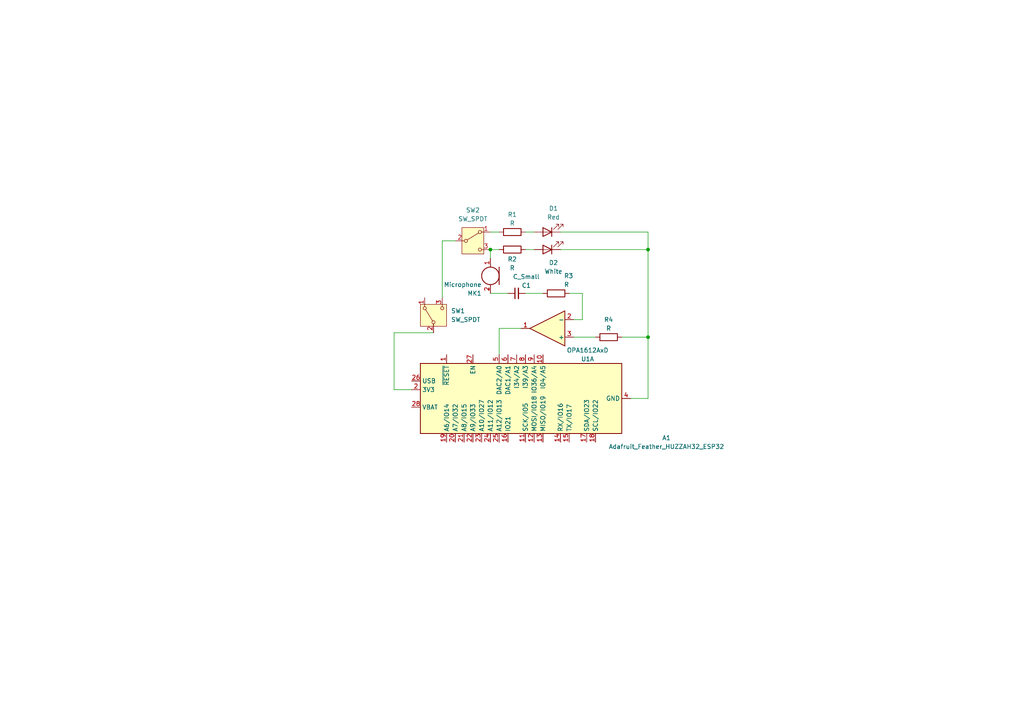
<source format=kicad_sch>
(kicad_sch
	(version 20250114)
	(generator "eeschema")
	(generator_version "9.0")
	(uuid "e9b26e90-94b8-4457-828c-1e8faf20bdd9")
	(paper "A4")
	(lib_symbols
		(symbol "Amplifier_Operational:OPA1612AxD"
			(pin_names
				(offset 0.127)
			)
			(exclude_from_sim no)
			(in_bom yes)
			(on_board yes)
			(property "Reference" "U"
				(at 0 5.08 0)
				(effects
					(font
						(size 1.27 1.27)
					)
					(justify left)
				)
			)
			(property "Value" "OPA1612AxD"
				(at 0 -5.08 0)
				(effects
					(font
						(size 1.27 1.27)
					)
					(justify left)
				)
			)
			(property "Footprint" ""
				(at 0 0 0)
				(effects
					(font
						(size 1.27 1.27)
					)
					(hide yes)
				)
			)
			(property "Datasheet" "http://www.ti.com/lit/ds/symlink/opa1612.pdf"
				(at 0 0 0)
				(effects
					(font
						(size 1.27 1.27)
					)
					(hide yes)
				)
			)
			(property "Description" "Dual SoundPlus High Performance, Bipolar-Input Audio Operational Amplifiers, SOIC-8"
				(at 0 0 0)
				(effects
					(font
						(size 1.27 1.27)
					)
					(hide yes)
				)
			)
			(property "ki_locked" ""
				(at 0 0 0)
				(effects
					(font
						(size 1.27 1.27)
					)
				)
			)
			(property "ki_keywords" "dual opamp"
				(at 0 0 0)
				(effects
					(font
						(size 1.27 1.27)
					)
					(hide yes)
				)
			)
			(property "ki_fp_filters" "SOIC*3.9x4.9mm*P1.27mm* DIP*W7.62mm* TO*99* OnSemi*Micro8* TSSOP*3x3mm*P0.65mm* TSSOP*4.4x3mm*P0.65mm* MSOP*3x3mm*P0.65mm* SSOP*3.9x4.9mm*P0.635mm* LFCSP*2x2mm*P0.5mm* *SIP* SOIC*5.3x6.2mm*P1.27mm*"
				(at 0 0 0)
				(effects
					(font
						(size 1.27 1.27)
					)
					(hide yes)
				)
			)
			(symbol "OPA1612AxD_1_1"
				(polyline
					(pts
						(xy -5.08 5.08) (xy 5.08 0) (xy -5.08 -5.08) (xy -5.08 5.08)
					)
					(stroke
						(width 0.254)
						(type default)
					)
					(fill
						(type background)
					)
				)
				(pin input line
					(at -7.62 2.54 0)
					(length 2.54)
					(name "+"
						(effects
							(font
								(size 1.27 1.27)
							)
						)
					)
					(number "3"
						(effects
							(font
								(size 1.27 1.27)
							)
						)
					)
				)
				(pin input line
					(at -7.62 -2.54 0)
					(length 2.54)
					(name "-"
						(effects
							(font
								(size 1.27 1.27)
							)
						)
					)
					(number "2"
						(effects
							(font
								(size 1.27 1.27)
							)
						)
					)
				)
				(pin output line
					(at 7.62 0 180)
					(length 2.54)
					(name "~"
						(effects
							(font
								(size 1.27 1.27)
							)
						)
					)
					(number "1"
						(effects
							(font
								(size 1.27 1.27)
							)
						)
					)
				)
			)
			(symbol "OPA1612AxD_2_1"
				(polyline
					(pts
						(xy -5.08 5.08) (xy 5.08 0) (xy -5.08 -5.08) (xy -5.08 5.08)
					)
					(stroke
						(width 0.254)
						(type default)
					)
					(fill
						(type background)
					)
				)
				(pin input line
					(at -7.62 2.54 0)
					(length 2.54)
					(name "+"
						(effects
							(font
								(size 1.27 1.27)
							)
						)
					)
					(number "5"
						(effects
							(font
								(size 1.27 1.27)
							)
						)
					)
				)
				(pin input line
					(at -7.62 -2.54 0)
					(length 2.54)
					(name "-"
						(effects
							(font
								(size 1.27 1.27)
							)
						)
					)
					(number "6"
						(effects
							(font
								(size 1.27 1.27)
							)
						)
					)
				)
				(pin output line
					(at 7.62 0 180)
					(length 2.54)
					(name "~"
						(effects
							(font
								(size 1.27 1.27)
							)
						)
					)
					(number "7"
						(effects
							(font
								(size 1.27 1.27)
							)
						)
					)
				)
			)
			(symbol "OPA1612AxD_3_1"
				(pin power_in line
					(at -2.54 7.62 270)
					(length 3.81)
					(name "V+"
						(effects
							(font
								(size 1.27 1.27)
							)
						)
					)
					(number "8"
						(effects
							(font
								(size 1.27 1.27)
							)
						)
					)
				)
				(pin power_in line
					(at -2.54 -7.62 90)
					(length 3.81)
					(name "V-"
						(effects
							(font
								(size 1.27 1.27)
							)
						)
					)
					(number "4"
						(effects
							(font
								(size 1.27 1.27)
							)
						)
					)
				)
			)
			(embedded_fonts no)
		)
		(symbol "Device:C_Small"
			(pin_numbers
				(hide yes)
			)
			(pin_names
				(offset 0.254)
				(hide yes)
			)
			(exclude_from_sim no)
			(in_bom yes)
			(on_board yes)
			(property "Reference" "C"
				(at 0.254 1.778 0)
				(effects
					(font
						(size 1.27 1.27)
					)
					(justify left)
				)
			)
			(property "Value" "C_Small"
				(at 0.254 -2.032 0)
				(effects
					(font
						(size 1.27 1.27)
					)
					(justify left)
				)
			)
			(property "Footprint" ""
				(at 0 0 0)
				(effects
					(font
						(size 1.27 1.27)
					)
					(hide yes)
				)
			)
			(property "Datasheet" "~"
				(at 0 0 0)
				(effects
					(font
						(size 1.27 1.27)
					)
					(hide yes)
				)
			)
			(property "Description" "Unpolarized capacitor, small symbol"
				(at 0 0 0)
				(effects
					(font
						(size 1.27 1.27)
					)
					(hide yes)
				)
			)
			(property "ki_keywords" "capacitor cap"
				(at 0 0 0)
				(effects
					(font
						(size 1.27 1.27)
					)
					(hide yes)
				)
			)
			(property "ki_fp_filters" "C_*"
				(at 0 0 0)
				(effects
					(font
						(size 1.27 1.27)
					)
					(hide yes)
				)
			)
			(symbol "C_Small_0_1"
				(polyline
					(pts
						(xy -1.524 0.508) (xy 1.524 0.508)
					)
					(stroke
						(width 0.3048)
						(type default)
					)
					(fill
						(type none)
					)
				)
				(polyline
					(pts
						(xy -1.524 -0.508) (xy 1.524 -0.508)
					)
					(stroke
						(width 0.3302)
						(type default)
					)
					(fill
						(type none)
					)
				)
			)
			(symbol "C_Small_1_1"
				(pin passive line
					(at 0 2.54 270)
					(length 2.032)
					(name "~"
						(effects
							(font
								(size 1.27 1.27)
							)
						)
					)
					(number "1"
						(effects
							(font
								(size 1.27 1.27)
							)
						)
					)
				)
				(pin passive line
					(at 0 -2.54 90)
					(length 2.032)
					(name "~"
						(effects
							(font
								(size 1.27 1.27)
							)
						)
					)
					(number "2"
						(effects
							(font
								(size 1.27 1.27)
							)
						)
					)
				)
			)
			(embedded_fonts no)
		)
		(symbol "Device:LED"
			(pin_numbers
				(hide yes)
			)
			(pin_names
				(offset 1.016)
				(hide yes)
			)
			(exclude_from_sim no)
			(in_bom yes)
			(on_board yes)
			(property "Reference" "D"
				(at 0 2.54 0)
				(effects
					(font
						(size 1.27 1.27)
					)
				)
			)
			(property "Value" "LED"
				(at 0 -2.54 0)
				(effects
					(font
						(size 1.27 1.27)
					)
				)
			)
			(property "Footprint" ""
				(at 0 0 0)
				(effects
					(font
						(size 1.27 1.27)
					)
					(hide yes)
				)
			)
			(property "Datasheet" "~"
				(at 0 0 0)
				(effects
					(font
						(size 1.27 1.27)
					)
					(hide yes)
				)
			)
			(property "Description" "Light emitting diode"
				(at 0 0 0)
				(effects
					(font
						(size 1.27 1.27)
					)
					(hide yes)
				)
			)
			(property "Sim.Pins" "1=K 2=A"
				(at 0 0 0)
				(effects
					(font
						(size 1.27 1.27)
					)
					(hide yes)
				)
			)
			(property "ki_keywords" "LED diode"
				(at 0 0 0)
				(effects
					(font
						(size 1.27 1.27)
					)
					(hide yes)
				)
			)
			(property "ki_fp_filters" "LED* LED_SMD:* LED_THT:*"
				(at 0 0 0)
				(effects
					(font
						(size 1.27 1.27)
					)
					(hide yes)
				)
			)
			(symbol "LED_0_1"
				(polyline
					(pts
						(xy -3.048 -0.762) (xy -4.572 -2.286) (xy -3.81 -2.286) (xy -4.572 -2.286) (xy -4.572 -1.524)
					)
					(stroke
						(width 0)
						(type default)
					)
					(fill
						(type none)
					)
				)
				(polyline
					(pts
						(xy -1.778 -0.762) (xy -3.302 -2.286) (xy -2.54 -2.286) (xy -3.302 -2.286) (xy -3.302 -1.524)
					)
					(stroke
						(width 0)
						(type default)
					)
					(fill
						(type none)
					)
				)
				(polyline
					(pts
						(xy -1.27 0) (xy 1.27 0)
					)
					(stroke
						(width 0)
						(type default)
					)
					(fill
						(type none)
					)
				)
				(polyline
					(pts
						(xy -1.27 -1.27) (xy -1.27 1.27)
					)
					(stroke
						(width 0.254)
						(type default)
					)
					(fill
						(type none)
					)
				)
				(polyline
					(pts
						(xy 1.27 -1.27) (xy 1.27 1.27) (xy -1.27 0) (xy 1.27 -1.27)
					)
					(stroke
						(width 0.254)
						(type default)
					)
					(fill
						(type none)
					)
				)
			)
			(symbol "LED_1_1"
				(pin passive line
					(at -3.81 0 0)
					(length 2.54)
					(name "K"
						(effects
							(font
								(size 1.27 1.27)
							)
						)
					)
					(number "1"
						(effects
							(font
								(size 1.27 1.27)
							)
						)
					)
				)
				(pin passive line
					(at 3.81 0 180)
					(length 2.54)
					(name "A"
						(effects
							(font
								(size 1.27 1.27)
							)
						)
					)
					(number "2"
						(effects
							(font
								(size 1.27 1.27)
							)
						)
					)
				)
			)
			(embedded_fonts no)
		)
		(symbol "Device:Microphone"
			(pin_names
				(offset 0.0254)
				(hide yes)
			)
			(exclude_from_sim no)
			(in_bom yes)
			(on_board yes)
			(property "Reference" "MK"
				(at -3.81 1.27 0)
				(effects
					(font
						(size 1.27 1.27)
					)
					(justify right)
				)
			)
			(property "Value" "Microphone"
				(at -3.81 -0.635 0)
				(effects
					(font
						(size 1.27 1.27)
					)
					(justify right)
				)
			)
			(property "Footprint" ""
				(at 0 2.54 90)
				(effects
					(font
						(size 1.27 1.27)
					)
					(hide yes)
				)
			)
			(property "Datasheet" "~"
				(at 0 2.54 90)
				(effects
					(font
						(size 1.27 1.27)
					)
					(hide yes)
				)
			)
			(property "Description" "Microphone"
				(at 0 0 0)
				(effects
					(font
						(size 1.27 1.27)
					)
					(hide yes)
				)
			)
			(property "ki_keywords" "microphone"
				(at 0 0 0)
				(effects
					(font
						(size 1.27 1.27)
					)
					(hide yes)
				)
			)
			(symbol "Microphone_0_1"
				(polyline
					(pts
						(xy -2.54 2.54) (xy -2.54 -2.54)
					)
					(stroke
						(width 0.254)
						(type default)
					)
					(fill
						(type none)
					)
				)
				(circle
					(center 0 0)
					(radius 2.54)
					(stroke
						(width 0.254)
						(type default)
					)
					(fill
						(type none)
					)
				)
				(polyline
					(pts
						(xy 0.254 3.81) (xy 0.762 3.81)
					)
					(stroke
						(width 0)
						(type default)
					)
					(fill
						(type none)
					)
				)
				(polyline
					(pts
						(xy 0.508 4.064) (xy 0.508 3.556)
					)
					(stroke
						(width 0)
						(type default)
					)
					(fill
						(type none)
					)
				)
			)
			(symbol "Microphone_1_1"
				(pin passive line
					(at 0 5.08 270)
					(length 2.54)
					(name "+"
						(effects
							(font
								(size 1.27 1.27)
							)
						)
					)
					(number "2"
						(effects
							(font
								(size 1.27 1.27)
							)
						)
					)
				)
				(pin passive line
					(at 0 -5.08 90)
					(length 2.54)
					(name "-"
						(effects
							(font
								(size 1.27 1.27)
							)
						)
					)
					(number "1"
						(effects
							(font
								(size 1.27 1.27)
							)
						)
					)
				)
			)
			(embedded_fonts no)
		)
		(symbol "Device:R"
			(pin_numbers
				(hide yes)
			)
			(pin_names
				(offset 0)
			)
			(exclude_from_sim no)
			(in_bom yes)
			(on_board yes)
			(property "Reference" "R"
				(at 2.032 0 90)
				(effects
					(font
						(size 1.27 1.27)
					)
				)
			)
			(property "Value" "R"
				(at 0 0 90)
				(effects
					(font
						(size 1.27 1.27)
					)
				)
			)
			(property "Footprint" ""
				(at -1.778 0 90)
				(effects
					(font
						(size 1.27 1.27)
					)
					(hide yes)
				)
			)
			(property "Datasheet" "~"
				(at 0 0 0)
				(effects
					(font
						(size 1.27 1.27)
					)
					(hide yes)
				)
			)
			(property "Description" "Resistor"
				(at 0 0 0)
				(effects
					(font
						(size 1.27 1.27)
					)
					(hide yes)
				)
			)
			(property "ki_keywords" "R res resistor"
				(at 0 0 0)
				(effects
					(font
						(size 1.27 1.27)
					)
					(hide yes)
				)
			)
			(property "ki_fp_filters" "R_*"
				(at 0 0 0)
				(effects
					(font
						(size 1.27 1.27)
					)
					(hide yes)
				)
			)
			(symbol "R_0_1"
				(rectangle
					(start -1.016 -2.54)
					(end 1.016 2.54)
					(stroke
						(width 0.254)
						(type default)
					)
					(fill
						(type none)
					)
				)
			)
			(symbol "R_1_1"
				(pin passive line
					(at 0 3.81 270)
					(length 1.27)
					(name "~"
						(effects
							(font
								(size 1.27 1.27)
							)
						)
					)
					(number "1"
						(effects
							(font
								(size 1.27 1.27)
							)
						)
					)
				)
				(pin passive line
					(at 0 -3.81 90)
					(length 1.27)
					(name "~"
						(effects
							(font
								(size 1.27 1.27)
							)
						)
					)
					(number "2"
						(effects
							(font
								(size 1.27 1.27)
							)
						)
					)
				)
			)
			(embedded_fonts no)
		)
		(symbol "MCU_Module:Adafruit_Feather_HUZZAH32_ESP32"
			(exclude_from_sim no)
			(in_bom yes)
			(on_board yes)
			(property "Reference" "A"
				(at -10.16 29.21 0)
				(effects
					(font
						(size 1.27 1.27)
					)
					(justify left)
				)
			)
			(property "Value" "Adafruit_Feather_HUZZAH32_ESP32"
				(at 2.54 -31.75 0)
				(effects
					(font
						(size 1.27 1.27)
					)
					(justify left)
				)
			)
			(property "Footprint" "Module:Adafruit_Feather"
				(at 2.54 -34.29 0)
				(effects
					(font
						(size 1.27 1.27)
					)
					(justify left)
					(hide yes)
				)
			)
			(property "Datasheet" "https://cdn-learn.adafruit.com/downloads/pdf/adafruit-huzzah32-esp32-feather.pdf"
				(at 0 -30.48 0)
				(effects
					(font
						(size 1.27 1.27)
					)
					(hide yes)
				)
			)
			(property "Description" "Microcontroller module with ESP32 MCU"
				(at 0 0 0)
				(effects
					(font
						(size 1.27 1.27)
					)
					(hide yes)
				)
			)
			(property "ki_keywords" "Adafruit feather microcontroller module USB"
				(at 0 0 0)
				(effects
					(font
						(size 1.27 1.27)
					)
					(hide yes)
				)
			)
			(property "ki_fp_filters" "Adafruit*Feather*"
				(at 0 0 0)
				(effects
					(font
						(size 1.27 1.27)
					)
					(hide yes)
				)
			)
			(symbol "Adafruit_Feather_HUZZAH32_ESP32_0_1"
				(rectangle
					(start -10.16 27.94)
					(end 10.16 -30.48)
					(stroke
						(width 0.254)
						(type default)
					)
					(fill
						(type background)
					)
				)
			)
			(symbol "Adafruit_Feather_HUZZAH32_ESP32_1_1"
				(pin bidirectional line
					(at -12.7 20.32 0)
					(length 2.54)
					(name "A6/IO14"
						(effects
							(font
								(size 1.27 1.27)
							)
						)
					)
					(number "19"
						(effects
							(font
								(size 1.27 1.27)
							)
						)
					)
				)
				(pin bidirectional line
					(at -12.7 17.78 0)
					(length 2.54)
					(name "A7/IO32"
						(effects
							(font
								(size 1.27 1.27)
							)
						)
					)
					(number "20"
						(effects
							(font
								(size 1.27 1.27)
							)
						)
					)
				)
				(pin bidirectional line
					(at -12.7 15.24 0)
					(length 2.54)
					(name "A8/IO15"
						(effects
							(font
								(size 1.27 1.27)
							)
						)
					)
					(number "21"
						(effects
							(font
								(size 1.27 1.27)
							)
						)
					)
				)
				(pin bidirectional line
					(at -12.7 12.7 0)
					(length 2.54)
					(name "A9/IO33"
						(effects
							(font
								(size 1.27 1.27)
							)
						)
					)
					(number "22"
						(effects
							(font
								(size 1.27 1.27)
							)
						)
					)
				)
				(pin bidirectional line
					(at -12.7 10.16 0)
					(length 2.54)
					(name "A10/IO27"
						(effects
							(font
								(size 1.27 1.27)
							)
						)
					)
					(number "23"
						(effects
							(font
								(size 1.27 1.27)
							)
						)
					)
				)
				(pin bidirectional line
					(at -12.7 7.62 0)
					(length 2.54)
					(name "A11/IO12"
						(effects
							(font
								(size 1.27 1.27)
							)
						)
					)
					(number "24"
						(effects
							(font
								(size 1.27 1.27)
							)
						)
					)
				)
				(pin bidirectional line
					(at -12.7 5.08 0)
					(length 2.54)
					(name "A12/IO13"
						(effects
							(font
								(size 1.27 1.27)
							)
						)
					)
					(number "25"
						(effects
							(font
								(size 1.27 1.27)
							)
						)
					)
				)
				(pin bidirectional line
					(at -12.7 2.54 0)
					(length 2.54)
					(name "IO21"
						(effects
							(font
								(size 1.27 1.27)
							)
						)
					)
					(number "16"
						(effects
							(font
								(size 1.27 1.27)
							)
						)
					)
				)
				(pin bidirectional line
					(at -12.7 -2.54 0)
					(length 2.54)
					(name "SCK/IO5"
						(effects
							(font
								(size 1.27 1.27)
							)
						)
					)
					(number "11"
						(effects
							(font
								(size 1.27 1.27)
							)
						)
					)
				)
				(pin bidirectional line
					(at -12.7 -5.08 0)
					(length 2.54)
					(name "MOSI/IO18"
						(effects
							(font
								(size 1.27 1.27)
							)
						)
					)
					(number "12"
						(effects
							(font
								(size 1.27 1.27)
							)
						)
					)
				)
				(pin bidirectional line
					(at -12.7 -7.62 0)
					(length 2.54)
					(name "MISO/IO19"
						(effects
							(font
								(size 1.27 1.27)
							)
						)
					)
					(number "13"
						(effects
							(font
								(size 1.27 1.27)
							)
						)
					)
				)
				(pin bidirectional line
					(at -12.7 -12.7 0)
					(length 2.54)
					(name "RX/IO16"
						(effects
							(font
								(size 1.27 1.27)
							)
						)
					)
					(number "14"
						(effects
							(font
								(size 1.27 1.27)
							)
						)
					)
				)
				(pin bidirectional line
					(at -12.7 -15.24 0)
					(length 2.54)
					(name "TX/IO17"
						(effects
							(font
								(size 1.27 1.27)
							)
						)
					)
					(number "15"
						(effects
							(font
								(size 1.27 1.27)
							)
						)
					)
				)
				(pin bidirectional line
					(at -12.7 -20.32 0)
					(length 2.54)
					(name "SDA/IO23"
						(effects
							(font
								(size 1.27 1.27)
							)
						)
					)
					(number "17"
						(effects
							(font
								(size 1.27 1.27)
							)
						)
					)
				)
				(pin bidirectional line
					(at -12.7 -22.86 0)
					(length 2.54)
					(name "SCL/IO22"
						(effects
							(font
								(size 1.27 1.27)
							)
						)
					)
					(number "18"
						(effects
							(font
								(size 1.27 1.27)
							)
						)
					)
				)
				(pin power_in line
					(at -2.54 30.48 270)
					(length 2.54)
					(name "VBAT"
						(effects
							(font
								(size 1.27 1.27)
							)
						)
					)
					(number "28"
						(effects
							(font
								(size 1.27 1.27)
							)
						)
					)
				)
				(pin power_in line
					(at 0 -33.02 90)
					(length 2.54)
					(name "GND"
						(effects
							(font
								(size 1.27 1.27)
							)
						)
					)
					(number "4"
						(effects
							(font
								(size 1.27 1.27)
							)
						)
					)
				)
				(pin power_in line
					(at 2.54 30.48 270)
					(length 2.54)
					(name "3V3"
						(effects
							(font
								(size 1.27 1.27)
							)
						)
					)
					(number "2"
						(effects
							(font
								(size 1.27 1.27)
							)
						)
					)
				)
				(pin power_in line
					(at 5.08 30.48 270)
					(length 2.54)
					(name "USB"
						(effects
							(font
								(size 1.27 1.27)
							)
						)
					)
					(number "26"
						(effects
							(font
								(size 1.27 1.27)
							)
						)
					)
				)
				(pin no_connect line
					(at 10.16 10.16 180)
					(length 2.54)
					(hide yes)
					(name "NC"
						(effects
							(font
								(size 1.27 1.27)
							)
						)
					)
					(number "3"
						(effects
							(font
								(size 1.27 1.27)
							)
						)
					)
				)
				(pin input line
					(at 12.7 20.32 180)
					(length 2.54)
					(name "~{RESET}"
						(effects
							(font
								(size 1.27 1.27)
							)
						)
					)
					(number "1"
						(effects
							(font
								(size 1.27 1.27)
							)
						)
					)
				)
				(pin input line
					(at 12.7 12.7 180)
					(length 2.54)
					(name "EN"
						(effects
							(font
								(size 1.27 1.27)
							)
						)
					)
					(number "27"
						(effects
							(font
								(size 1.27 1.27)
							)
						)
					)
				)
				(pin bidirectional line
					(at 12.7 5.08 180)
					(length 2.54)
					(name "DAC2/A0"
						(effects
							(font
								(size 1.27 1.27)
							)
						)
					)
					(number "5"
						(effects
							(font
								(size 1.27 1.27)
							)
						)
					)
				)
				(pin bidirectional line
					(at 12.7 2.54 180)
					(length 2.54)
					(name "DAC1/A1"
						(effects
							(font
								(size 1.27 1.27)
							)
						)
					)
					(number "6"
						(effects
							(font
								(size 1.27 1.27)
							)
						)
					)
				)
				(pin bidirectional line
					(at 12.7 0 180)
					(length 2.54)
					(name "I34/A2"
						(effects
							(font
								(size 1.27 1.27)
							)
						)
					)
					(number "7"
						(effects
							(font
								(size 1.27 1.27)
							)
						)
					)
				)
				(pin bidirectional line
					(at 12.7 -2.54 180)
					(length 2.54)
					(name "I39/A3"
						(effects
							(font
								(size 1.27 1.27)
							)
						)
					)
					(number "8"
						(effects
							(font
								(size 1.27 1.27)
							)
						)
					)
				)
				(pin bidirectional line
					(at 12.7 -5.08 180)
					(length 2.54)
					(name "IO36/A4"
						(effects
							(font
								(size 1.27 1.27)
							)
						)
					)
					(number "9"
						(effects
							(font
								(size 1.27 1.27)
							)
						)
					)
				)
				(pin bidirectional line
					(at 12.7 -7.62 180)
					(length 2.54)
					(name "IO4/A5"
						(effects
							(font
								(size 1.27 1.27)
							)
						)
					)
					(number "10"
						(effects
							(font
								(size 1.27 1.27)
							)
						)
					)
				)
			)
			(embedded_fonts no)
		)
		(symbol "Switch:SW_SPDT"
			(pin_names
				(offset 0)
				(hide yes)
			)
			(exclude_from_sim no)
			(in_bom yes)
			(on_board yes)
			(property "Reference" "SW"
				(at 0 5.08 0)
				(effects
					(font
						(size 1.27 1.27)
					)
				)
			)
			(property "Value" "SW_SPDT"
				(at 0 -5.08 0)
				(effects
					(font
						(size 1.27 1.27)
					)
				)
			)
			(property "Footprint" ""
				(at 0 0 0)
				(effects
					(font
						(size 1.27 1.27)
					)
					(hide yes)
				)
			)
			(property "Datasheet" "~"
				(at 0 -7.62 0)
				(effects
					(font
						(size 1.27 1.27)
					)
					(hide yes)
				)
			)
			(property "Description" "Switch, single pole double throw"
				(at 0 0 0)
				(effects
					(font
						(size 1.27 1.27)
					)
					(hide yes)
				)
			)
			(property "ki_keywords" "switch single-pole double-throw spdt ON-ON"
				(at 0 0 0)
				(effects
					(font
						(size 1.27 1.27)
					)
					(hide yes)
				)
			)
			(symbol "SW_SPDT_0_1"
				(circle
					(center -2.032 0)
					(radius 0.4572)
					(stroke
						(width 0)
						(type default)
					)
					(fill
						(type none)
					)
				)
				(polyline
					(pts
						(xy -1.651 0.254) (xy 1.651 2.286)
					)
					(stroke
						(width 0)
						(type default)
					)
					(fill
						(type none)
					)
				)
				(circle
					(center 2.032 2.54)
					(radius 0.4572)
					(stroke
						(width 0)
						(type default)
					)
					(fill
						(type none)
					)
				)
				(circle
					(center 2.032 -2.54)
					(radius 0.4572)
					(stroke
						(width 0)
						(type default)
					)
					(fill
						(type none)
					)
				)
			)
			(symbol "SW_SPDT_1_1"
				(rectangle
					(start -3.175 3.81)
					(end 3.175 -3.81)
					(stroke
						(width 0)
						(type default)
					)
					(fill
						(type background)
					)
				)
				(pin passive line
					(at -5.08 0 0)
					(length 2.54)
					(name "B"
						(effects
							(font
								(size 1.27 1.27)
							)
						)
					)
					(number "2"
						(effects
							(font
								(size 1.27 1.27)
							)
						)
					)
				)
				(pin passive line
					(at 5.08 2.54 180)
					(length 2.54)
					(name "A"
						(effects
							(font
								(size 1.27 1.27)
							)
						)
					)
					(number "1"
						(effects
							(font
								(size 1.27 1.27)
							)
						)
					)
				)
				(pin passive line
					(at 5.08 -2.54 180)
					(length 2.54)
					(name "C"
						(effects
							(font
								(size 1.27 1.27)
							)
						)
					)
					(number "3"
						(effects
							(font
								(size 1.27 1.27)
							)
						)
					)
				)
			)
			(embedded_fonts no)
		)
	)
	(junction
		(at 142.24 72.39)
		(diameter 0)
		(color 0 0 0 0)
		(uuid "4052b20b-5929-4ead-960f-4083853905b2")
	)
	(junction
		(at 187.96 72.39)
		(diameter 0)
		(color 0 0 0 0)
		(uuid "58f6c4f7-aecd-472b-843f-b4b81a31dc36")
	)
	(junction
		(at 187.96 97.79)
		(diameter 0)
		(color 0 0 0 0)
		(uuid "dda261c6-033b-4dff-ad42-bb0d3c677dd0")
	)
	(wire
		(pts
			(xy 142.24 85.09) (xy 147.32 85.09)
		)
		(stroke
			(width 0)
			(type default)
		)
		(uuid "17f114d0-0406-4b26-8799-754fa5202859")
	)
	(wire
		(pts
			(xy 152.4 67.31) (xy 154.94 67.31)
		)
		(stroke
			(width 0)
			(type default)
		)
		(uuid "1d1b9d0c-2153-4213-b518-96c5852a48aa")
	)
	(wire
		(pts
			(xy 125.73 96.52) (xy 114.3 96.52)
		)
		(stroke
			(width 0)
			(type default)
		)
		(uuid "20c9d64d-24b0-462f-94dd-b44a0430f6d2")
	)
	(wire
		(pts
			(xy 128.27 69.85) (xy 128.27 86.36)
		)
		(stroke
			(width 0)
			(type default)
		)
		(uuid "2ca236cc-29a8-426e-a742-3bc4eb50afc0")
	)
	(wire
		(pts
			(xy 168.91 85.09) (xy 165.1 85.09)
		)
		(stroke
			(width 0)
			(type default)
		)
		(uuid "2d32b632-ced5-4cf2-a3b3-4125a9823022")
	)
	(wire
		(pts
			(xy 180.34 97.79) (xy 187.96 97.79)
		)
		(stroke
			(width 0)
			(type default)
		)
		(uuid "362c36ce-68b9-4658-b8d3-9f890687387a")
	)
	(wire
		(pts
			(xy 114.3 113.03) (xy 119.38 113.03)
		)
		(stroke
			(width 0)
			(type default)
		)
		(uuid "40b9a8a3-e760-403e-8967-2b190250a274")
	)
	(wire
		(pts
			(xy 152.4 72.39) (xy 154.94 72.39)
		)
		(stroke
			(width 0)
			(type default)
		)
		(uuid "41700f63-97a6-4cd0-92cf-052214e3975c")
	)
	(wire
		(pts
			(xy 162.56 67.31) (xy 187.96 67.31)
		)
		(stroke
			(width 0)
			(type default)
		)
		(uuid "433dc4ae-d709-4954-aff0-4f03adcc2138")
	)
	(wire
		(pts
			(xy 144.78 95.25) (xy 144.78 102.87)
		)
		(stroke
			(width 0)
			(type default)
		)
		(uuid "43be90cf-a6af-4b32-b826-5534323c759b")
	)
	(wire
		(pts
			(xy 166.37 97.79) (xy 172.72 97.79)
		)
		(stroke
			(width 0)
			(type default)
		)
		(uuid "4f901cdf-3e9f-4749-a554-73ffbf69b460")
	)
	(wire
		(pts
			(xy 114.3 96.52) (xy 114.3 113.03)
		)
		(stroke
			(width 0)
			(type default)
		)
		(uuid "648eeeeb-06e5-45a3-aae2-d17546635f63")
	)
	(wire
		(pts
			(xy 168.91 85.09) (xy 168.91 92.71)
		)
		(stroke
			(width 0)
			(type default)
		)
		(uuid "8492b353-b33f-4364-a69e-62342ba679f0")
	)
	(wire
		(pts
			(xy 142.24 72.39) (xy 142.24 74.93)
		)
		(stroke
			(width 0)
			(type default)
		)
		(uuid "8cef468d-178f-45ae-8ad0-df7f33f64289")
	)
	(wire
		(pts
			(xy 187.96 72.39) (xy 187.96 97.79)
		)
		(stroke
			(width 0)
			(type default)
		)
		(uuid "96578d8e-aa1c-4bb9-ae4f-69e44ea84ac6")
	)
	(wire
		(pts
			(xy 142.24 67.31) (xy 144.78 67.31)
		)
		(stroke
			(width 0)
			(type default)
		)
		(uuid "b0997cbb-990c-4654-86cb-4f4d7f1d2636")
	)
	(wire
		(pts
			(xy 157.48 85.09) (xy 152.4 85.09)
		)
		(stroke
			(width 0)
			(type default)
		)
		(uuid "b32da540-6a19-4d8d-a7d5-67d97cbf8c92")
	)
	(wire
		(pts
			(xy 142.24 72.39) (xy 144.78 72.39)
		)
		(stroke
			(width 0)
			(type default)
		)
		(uuid "b35405f5-dd71-4af9-832e-1695b215a9f8")
	)
	(wire
		(pts
			(xy 168.91 92.71) (xy 166.37 92.71)
		)
		(stroke
			(width 0)
			(type default)
		)
		(uuid "c1572e4f-9d21-4380-9887-f8eafb707296")
	)
	(wire
		(pts
			(xy 128.27 69.85) (xy 132.08 69.85)
		)
		(stroke
			(width 0)
			(type default)
		)
		(uuid "c79766d4-75b7-422c-8a8f-87dac5083aa6")
	)
	(wire
		(pts
			(xy 187.96 115.57) (xy 182.88 115.57)
		)
		(stroke
			(width 0)
			(type default)
		)
		(uuid "da86f0c9-be28-4db3-b114-7d7dac105a63")
	)
	(wire
		(pts
			(xy 162.56 72.39) (xy 187.96 72.39)
		)
		(stroke
			(width 0)
			(type default)
		)
		(uuid "e504cf4b-fd2e-4e96-8932-722f64d78507")
	)
	(wire
		(pts
			(xy 187.96 97.79) (xy 187.96 115.57)
		)
		(stroke
			(width 0)
			(type default)
		)
		(uuid "e5d2d875-06bf-4737-8a0b-fbb0f744bd85")
	)
	(wire
		(pts
			(xy 187.96 67.31) (xy 187.96 72.39)
		)
		(stroke
			(width 0)
			(type default)
		)
		(uuid "f08c6eb8-7c26-432a-9f7c-e84d56cb2685")
	)
	(wire
		(pts
			(xy 144.78 95.25) (xy 151.13 95.25)
		)
		(stroke
			(width 0)
			(type default)
		)
		(uuid "f7d94fc1-0e04-43ee-a80b-ea47776a2a91")
	)
	(symbol
		(lib_id "Switch:SW_SPDT")
		(at 137.16 69.85 0)
		(unit 1)
		(exclude_from_sim no)
		(in_bom yes)
		(on_board yes)
		(dnp no)
		(fields_autoplaced yes)
		(uuid "03a2da3b-e6c9-41fa-aba6-045ed7a7699b")
		(property "Reference" "SW2"
			(at 137.16 60.96 0)
			(effects
				(font
					(size 1.27 1.27)
				)
			)
		)
		(property "Value" "SW_SPDT"
			(at 137.16 63.5 0)
			(effects
				(font
					(size 1.27 1.27)
				)
			)
		)
		(property "Footprint" ""
			(at 137.16 69.85 0)
			(effects
				(font
					(size 1.27 1.27)
				)
				(hide yes)
			)
		)
		(property "Datasheet" "~"
			(at 137.16 77.47 0)
			(effects
				(font
					(size 1.27 1.27)
				)
				(hide yes)
			)
		)
		(property "Description" "Switch, single pole double throw"
			(at 137.16 69.85 0)
			(effects
				(font
					(size 1.27 1.27)
				)
				(hide yes)
			)
		)
		(pin "3"
			(uuid "bd938460-2f0e-4f95-80fc-5b5d91e05dfd")
		)
		(pin "2"
			(uuid "7f41cf6b-062e-4551-b2b7-960495572536")
		)
		(pin "1"
			(uuid "60071a18-1662-4de8-ac0d-8b3e4091cb50")
		)
		(instances
			(project "Microphone"
				(path "/e9b26e90-94b8-4457-828c-1e8faf20bdd9"
					(reference "SW2")
					(unit 1)
				)
			)
		)
	)
	(symbol
		(lib_id "Device:R")
		(at 161.29 85.09 90)
		(unit 1)
		(exclude_from_sim no)
		(in_bom yes)
		(on_board yes)
		(dnp no)
		(uuid "0a58b874-fe59-480b-aa5a-4a32e701a611")
		(property "Reference" "R3"
			(at 163.576 80.01 90)
			(effects
				(font
					(size 1.27 1.27)
				)
				(justify right)
			)
		)
		(property "Value" "R"
			(at 163.576 82.55 90)
			(effects
				(font
					(size 1.27 1.27)
				)
				(justify right)
			)
		)
		(property "Footprint" ""
			(at 161.29 86.868 90)
			(effects
				(font
					(size 1.27 1.27)
				)
				(hide yes)
			)
		)
		(property "Datasheet" "~"
			(at 161.29 85.09 0)
			(effects
				(font
					(size 1.27 1.27)
				)
				(hide yes)
			)
		)
		(property "Description" "Resistor"
			(at 161.29 85.09 0)
			(effects
				(font
					(size 1.27 1.27)
				)
				(hide yes)
			)
		)
		(pin "1"
			(uuid "29b6292f-0d88-49e2-9f40-57f5c255ea25")
		)
		(pin "2"
			(uuid "ef523cec-0de7-494c-9e96-255c66c05abe")
		)
		(instances
			(project ""
				(path "/e9b26e90-94b8-4457-828c-1e8faf20bdd9"
					(reference "R3")
					(unit 1)
				)
			)
		)
	)
	(symbol
		(lib_id "MCU_Module:Adafruit_Feather_HUZZAH32_ESP32")
		(at 149.86 115.57 90)
		(unit 1)
		(exclude_from_sim no)
		(in_bom yes)
		(on_board yes)
		(dnp no)
		(uuid "45e034de-3649-4e06-975a-0b174f6e6a0d")
		(property "Reference" "A1"
			(at 193.294 127 90)
			(effects
				(font
					(size 1.27 1.27)
				)
			)
		)
		(property "Value" "Adafruit_Feather_HUZZAH32_ESP32"
			(at 193.294 129.54 90)
			(effects
				(font
					(size 1.27 1.27)
				)
			)
		)
		(property "Footprint" "Module:Adafruit_Feather"
			(at 184.15 113.03 0)
			(effects
				(font
					(size 1.27 1.27)
				)
				(justify left)
				(hide yes)
			)
		)
		(property "Datasheet" "https://cdn-learn.adafruit.com/downloads/pdf/adafruit-huzzah32-esp32-feather.pdf"
			(at 180.34 115.57 0)
			(effects
				(font
					(size 1.27 1.27)
				)
				(hide yes)
			)
		)
		(property "Description" "Microcontroller module with ESP32 MCU"
			(at 149.86 115.57 0)
			(effects
				(font
					(size 1.27 1.27)
				)
				(hide yes)
			)
		)
		(pin "18"
			(uuid "7fac6524-822c-4b94-a5b9-924be7b0c0d9")
		)
		(pin "21"
			(uuid "8afa2361-5448-4adc-bc9f-64d74cbf7302")
		)
		(pin "20"
			(uuid "3d923501-e1e2-49ca-a8c4-9db80b5cdd6b")
		)
		(pin "22"
			(uuid "bf2c5183-1dec-48b0-b64f-52692aa0aaf0")
		)
		(pin "16"
			(uuid "edfd25a9-daec-4f72-b1c6-605b75973cf3")
		)
		(pin "11"
			(uuid "a508348f-30b0-4b1b-955b-e900f1a24a62")
		)
		(pin "13"
			(uuid "d2a722fc-7060-4314-9fb1-efb8e58965a6")
		)
		(pin "14"
			(uuid "157f84e7-d775-45f4-890a-6a16911e0652")
		)
		(pin "15"
			(uuid "57535cf1-81f8-4e0c-bc60-191538c21b90")
		)
		(pin "17"
			(uuid "6ee59d04-0bd8-4491-8e93-6f11f44b157e")
		)
		(pin "24"
			(uuid "f3037e4b-23a5-41c3-934f-5bd1d390a6e8")
		)
		(pin "19"
			(uuid "99b9a70d-bbc5-43d8-a5f8-0c587571010a")
		)
		(pin "28"
			(uuid "08504588-9c2b-4329-ac82-8a8fd9a3a0bf")
		)
		(pin "12"
			(uuid "37bdf1a1-1461-420c-b217-97d6e95ff76f")
		)
		(pin "4"
			(uuid "0a3cfd8a-f07f-492b-b26b-f81e3a976cff")
		)
		(pin "3"
			(uuid "a1ee86d4-f664-422d-a681-dc736e29cced")
		)
		(pin "1"
			(uuid "b0772b93-1cc1-4ed7-bbd3-c67f8e8fc932")
		)
		(pin "25"
			(uuid "504a5bdd-99ca-4dc1-8d67-e47945d4bea4")
		)
		(pin "23"
			(uuid "baf97b6f-b0d7-4083-983f-8225d91699be")
		)
		(pin "2"
			(uuid "a4937b67-ca1a-41f8-ab88-f60c46b4ad0d")
		)
		(pin "27"
			(uuid "f8bbb37c-0209-4555-8d5d-bcedd2084d3c")
		)
		(pin "5"
			(uuid "09dc09f8-5a12-4b71-bb92-86a5de137c08")
		)
		(pin "6"
			(uuid "8f8e4191-e742-4f7a-ae91-cdb44e8d0ace")
		)
		(pin "7"
			(uuid "b5de53e6-adc0-451b-8ba1-7535b1d95201")
		)
		(pin "8"
			(uuid "d11fd056-4fa0-4dd4-91b6-e80a86c2d3e1")
		)
		(pin "26"
			(uuid "3e0a1f98-1175-4c69-870f-b7718251fb41")
		)
		(pin "10"
			(uuid "0b94c4db-1a5f-43bd-ac21-53743b36287e")
		)
		(pin "9"
			(uuid "155cc026-3e2c-4389-8466-bcbe2fa3fae1")
		)
		(instances
			(project ""
				(path "/e9b26e90-94b8-4457-828c-1e8faf20bdd9"
					(reference "A1")
					(unit 1)
				)
			)
		)
	)
	(symbol
		(lib_id "Switch:SW_SPDT")
		(at 125.73 91.44 90)
		(unit 1)
		(exclude_from_sim no)
		(in_bom yes)
		(on_board yes)
		(dnp no)
		(fields_autoplaced yes)
		(uuid "535b07e5-1620-4eb7-b5fd-9e537cd58321")
		(property "Reference" "SW1"
			(at 130.81 90.1699 90)
			(effects
				(font
					(size 1.27 1.27)
				)
				(justify right)
			)
		)
		(property "Value" "SW_SPDT"
			(at 130.81 92.7099 90)
			(effects
				(font
					(size 1.27 1.27)
				)
				(justify right)
			)
		)
		(property "Footprint" ""
			(at 125.73 91.44 0)
			(effects
				(font
					(size 1.27 1.27)
				)
				(hide yes)
			)
		)
		(property "Datasheet" "~"
			(at 133.35 91.44 0)
			(effects
				(font
					(size 1.27 1.27)
				)
				(hide yes)
			)
		)
		(property "Description" "Switch, single pole double throw"
			(at 125.73 91.44 0)
			(effects
				(font
					(size 1.27 1.27)
				)
				(hide yes)
			)
		)
		(pin "3"
			(uuid "2ff8961e-6dc9-451d-a5cb-204ffd57c2b0")
		)
		(pin "2"
			(uuid "1693b1ef-7f90-4fda-b4d9-067037e8655a")
		)
		(pin "1"
			(uuid "5d0b9151-1d6a-40c0-9d50-05e817a05fbc")
		)
		(instances
			(project ""
				(path "/e9b26e90-94b8-4457-828c-1e8faf20bdd9"
					(reference "SW1")
					(unit 1)
				)
			)
		)
	)
	(symbol
		(lib_id "Device:C_Small")
		(at 149.86 85.09 90)
		(unit 1)
		(exclude_from_sim no)
		(in_bom yes)
		(on_board yes)
		(dnp no)
		(uuid "5bdf2913-1d7e-49d8-894f-20b2cdaa562c")
		(property "Reference" "C1"
			(at 152.654 82.804 90)
			(effects
				(font
					(size 1.27 1.27)
				)
			)
		)
		(property "Value" "C_Small"
			(at 152.654 80.264 90)
			(effects
				(font
					(size 1.27 1.27)
				)
			)
		)
		(property "Footprint" ""
			(at 149.86 85.09 0)
			(effects
				(font
					(size 1.27 1.27)
				)
				(hide yes)
			)
		)
		(property "Datasheet" "~"
			(at 149.86 85.09 0)
			(effects
				(font
					(size 1.27 1.27)
				)
				(hide yes)
			)
		)
		(property "Description" "Unpolarized capacitor, small symbol"
			(at 149.86 85.09 0)
			(effects
				(font
					(size 1.27 1.27)
				)
				(hide yes)
			)
		)
		(pin "1"
			(uuid "1a44d496-6f91-4421-b0b7-7cdce6014882")
		)
		(pin "2"
			(uuid "f27ed6cf-094e-4654-9cf7-51291e972093")
		)
		(instances
			(project ""
				(path "/e9b26e90-94b8-4457-828c-1e8faf20bdd9"
					(reference "C1")
					(unit 1)
				)
			)
		)
	)
	(symbol
		(lib_id "Device:R")
		(at 148.59 67.31 90)
		(unit 1)
		(exclude_from_sim no)
		(in_bom yes)
		(on_board yes)
		(dnp no)
		(uuid "5f3b36d7-33b2-45f9-b059-216ddc61b059")
		(property "Reference" "R1"
			(at 148.59 62.23 90)
			(effects
				(font
					(size 1.27 1.27)
				)
			)
		)
		(property "Value" "R"
			(at 148.59 64.77 90)
			(effects
				(font
					(size 1.27 1.27)
				)
			)
		)
		(property "Footprint" ""
			(at 148.59 69.088 90)
			(effects
				(font
					(size 1.27 1.27)
				)
				(hide yes)
			)
		)
		(property "Datasheet" "~"
			(at 148.59 67.31 0)
			(effects
				(font
					(size 1.27 1.27)
				)
				(hide yes)
			)
		)
		(property "Description" "Resistor"
			(at 148.59 67.31 0)
			(effects
				(font
					(size 1.27 1.27)
				)
				(hide yes)
			)
		)
		(pin "1"
			(uuid "171e0317-3399-4b55-869b-9ee854785f66")
		)
		(pin "2"
			(uuid "a114e541-f2c6-4f23-afaf-95a4400c2dab")
		)
		(instances
			(project ""
				(path "/e9b26e90-94b8-4457-828c-1e8faf20bdd9"
					(reference "R1")
					(unit 1)
				)
			)
		)
	)
	(symbol
		(lib_id "Amplifier_Operational:OPA1612AxD")
		(at 158.75 95.25 180)
		(unit 1)
		(exclude_from_sim no)
		(in_bom yes)
		(on_board yes)
		(dnp no)
		(uuid "abab04cd-cc08-4112-99fb-3f06346fa311")
		(property "Reference" "U1"
			(at 170.434 104.14 0)
			(effects
				(font
					(size 1.27 1.27)
				)
			)
		)
		(property "Value" "OPA1612AxD"
			(at 170.434 101.6 0)
			(effects
				(font
					(size 1.27 1.27)
				)
			)
		)
		(property "Footprint" ""
			(at 158.75 95.25 0)
			(effects
				(font
					(size 1.27 1.27)
				)
				(hide yes)
			)
		)
		(property "Datasheet" "http://www.ti.com/lit/ds/symlink/opa1612.pdf"
			(at 158.75 95.25 0)
			(effects
				(font
					(size 1.27 1.27)
				)
				(hide yes)
			)
		)
		(property "Description" "Dual SoundPlus High Performance, Bipolar-Input Audio Operational Amplifiers, SOIC-8"
			(at 158.75 95.25 0)
			(effects
				(font
					(size 1.27 1.27)
				)
				(hide yes)
			)
		)
		(pin "5"
			(uuid "9bb17174-7646-4b27-a2a3-5d51baedd8bc")
		)
		(pin "3"
			(uuid "d7b8590c-10b2-46a3-99f5-c6144ec33f23")
		)
		(pin "2"
			(uuid "9cded952-c8b5-4ffa-85cf-0896b46c99e5")
		)
		(pin "1"
			(uuid "5c38eae4-578f-4d7e-8816-63422d6f5ba5")
		)
		(pin "8"
			(uuid "94517488-9ccc-4615-acaa-dc1c16637bc4")
		)
		(pin "4"
			(uuid "b24405ec-96ca-43cc-be41-42332b93caed")
		)
		(pin "7"
			(uuid "282a8748-87cd-4354-a339-34a5d711dff2")
		)
		(pin "6"
			(uuid "58f82a9b-228a-43bf-9017-79b23f90b42a")
		)
		(instances
			(project ""
				(path "/e9b26e90-94b8-4457-828c-1e8faf20bdd9"
					(reference "U1")
					(unit 1)
				)
			)
		)
	)
	(symbol
		(lib_id "Device:LED")
		(at 158.75 72.39 180)
		(unit 1)
		(exclude_from_sim no)
		(in_bom yes)
		(on_board yes)
		(dnp no)
		(uuid "b44c4302-5530-4f08-83f9-eecbde502e9c")
		(property "Reference" "D2"
			(at 160.528 76.2 0)
			(effects
				(font
					(size 1.27 1.27)
				)
			)
		)
		(property "Value" "White"
			(at 160.528 78.74 0)
			(effects
				(font
					(size 1.27 1.27)
				)
			)
		)
		(property "Footprint" ""
			(at 158.75 72.39 0)
			(effects
				(font
					(size 1.27 1.27)
				)
				(hide yes)
			)
		)
		(property "Datasheet" "~"
			(at 158.75 72.39 0)
			(effects
				(font
					(size 1.27 1.27)
				)
				(hide yes)
			)
		)
		(property "Description" "Light emitting diode"
			(at 158.75 72.39 0)
			(effects
				(font
					(size 1.27 1.27)
				)
				(hide yes)
			)
		)
		(property "Sim.Pins" "1=K 2=A"
			(at 158.75 72.39 0)
			(effects
				(font
					(size 1.27 1.27)
				)
				(hide yes)
			)
		)
		(pin "2"
			(uuid "44678f3b-7b21-4cb3-a951-255313ea5814")
		)
		(pin "1"
			(uuid "1631c55e-867c-4051-8636-ca322607a905")
		)
		(instances
			(project "Microphone"
				(path "/e9b26e90-94b8-4457-828c-1e8faf20bdd9"
					(reference "D2")
					(unit 1)
				)
			)
		)
	)
	(symbol
		(lib_id "Device:Microphone")
		(at 142.24 80.01 180)
		(unit 1)
		(exclude_from_sim no)
		(in_bom yes)
		(on_board yes)
		(dnp no)
		(uuid "cbd563d7-7386-40a7-802f-9b6de93a4260")
		(property "Reference" "MK1"
			(at 139.7 85.09 0)
			(effects
				(font
					(size 1.27 1.27)
				)
				(justify left)
			)
		)
		(property "Value" "Microphone"
			(at 139.7 82.55 0)
			(effects
				(font
					(size 1.27 1.27)
				)
				(justify left)
			)
		)
		(property "Footprint" ""
			(at 142.24 82.55 90)
			(effects
				(font
					(size 1.27 1.27)
				)
				(hide yes)
			)
		)
		(property "Datasheet" "~"
			(at 142.24 82.55 90)
			(effects
				(font
					(size 1.27 1.27)
				)
				(hide yes)
			)
		)
		(property "Description" "Microphone"
			(at 142.24 80.01 0)
			(effects
				(font
					(size 1.27 1.27)
				)
				(hide yes)
			)
		)
		(pin "1"
			(uuid "025660cb-4f16-45b1-8751-16633421ed9f")
		)
		(pin "2"
			(uuid "b3d8e667-88db-415c-b112-2f3b7e19a217")
		)
		(instances
			(project ""
				(path "/e9b26e90-94b8-4457-828c-1e8faf20bdd9"
					(reference "MK1")
					(unit 1)
				)
			)
		)
	)
	(symbol
		(lib_id "Device:R")
		(at 176.53 97.79 90)
		(unit 1)
		(exclude_from_sim no)
		(in_bom yes)
		(on_board yes)
		(dnp no)
		(uuid "d26a6331-0505-44a4-9aca-84e8e4720520")
		(property "Reference" "R4"
			(at 176.53 92.71 90)
			(effects
				(font
					(size 1.27 1.27)
				)
			)
		)
		(property "Value" "R"
			(at 176.53 95.25 90)
			(effects
				(font
					(size 1.27 1.27)
				)
			)
		)
		(property "Footprint" ""
			(at 176.53 99.568 90)
			(effects
				(font
					(size 1.27 1.27)
				)
				(hide yes)
			)
		)
		(property "Datasheet" "~"
			(at 176.53 97.79 0)
			(effects
				(font
					(size 1.27 1.27)
				)
				(hide yes)
			)
		)
		(property "Description" "Resistor"
			(at 176.53 97.79 0)
			(effects
				(font
					(size 1.27 1.27)
				)
				(hide yes)
			)
		)
		(pin "1"
			(uuid "8b12a6c8-e84e-4406-87be-5de87a674e1b")
		)
		(pin "2"
			(uuid "20cb595b-2fde-4d53-8d3f-9a95767a3fa1")
		)
		(instances
			(project ""
				(path "/e9b26e90-94b8-4457-828c-1e8faf20bdd9"
					(reference "R4")
					(unit 1)
				)
			)
		)
	)
	(symbol
		(lib_id "Device:LED")
		(at 158.75 67.31 180)
		(unit 1)
		(exclude_from_sim no)
		(in_bom yes)
		(on_board yes)
		(dnp no)
		(uuid "d6730ca6-3e47-406c-846e-ed9a0fac3ddb")
		(property "Reference" "D1"
			(at 160.528 60.452 0)
			(effects
				(font
					(size 1.27 1.27)
				)
			)
		)
		(property "Value" "Red"
			(at 160.528 62.992 0)
			(effects
				(font
					(size 1.27 1.27)
				)
			)
		)
		(property "Footprint" ""
			(at 158.75 67.31 0)
			(effects
				(font
					(size 1.27 1.27)
				)
				(hide yes)
			)
		)
		(property "Datasheet" "~"
			(at 158.75 67.31 0)
			(effects
				(font
					(size 1.27 1.27)
				)
				(hide yes)
			)
		)
		(property "Description" "Light emitting diode"
			(at 158.75 67.31 0)
			(effects
				(font
					(size 1.27 1.27)
				)
				(hide yes)
			)
		)
		(property "Sim.Pins" "1=K 2=A"
			(at 158.75 67.31 0)
			(effects
				(font
					(size 1.27 1.27)
				)
				(hide yes)
			)
		)
		(pin "2"
			(uuid "1c3f3ff3-4477-4f34-8021-df7ec3dec866")
		)
		(pin "1"
			(uuid "977b7f43-e37f-4175-9373-958f68d2128b")
		)
		(instances
			(project ""
				(path "/e9b26e90-94b8-4457-828c-1e8faf20bdd9"
					(reference "D1")
					(unit 1)
				)
			)
		)
	)
	(symbol
		(lib_id "Device:R")
		(at 148.59 72.39 90)
		(unit 1)
		(exclude_from_sim no)
		(in_bom yes)
		(on_board yes)
		(dnp no)
		(uuid "de0098ab-c882-4e93-b161-27d8e8793f1d")
		(property "Reference" "R2"
			(at 148.59 75.184 90)
			(effects
				(font
					(size 1.27 1.27)
				)
			)
		)
		(property "Value" "R"
			(at 148.59 77.724 90)
			(effects
				(font
					(size 1.27 1.27)
				)
			)
		)
		(property "Footprint" ""
			(at 148.59 74.168 90)
			(effects
				(font
					(size 1.27 1.27)
				)
				(hide yes)
			)
		)
		(property "Datasheet" "~"
			(at 148.59 72.39 0)
			(effects
				(font
					(size 1.27 1.27)
				)
				(hide yes)
			)
		)
		(property "Description" "Resistor"
			(at 148.59 72.39 0)
			(effects
				(font
					(size 1.27 1.27)
				)
				(hide yes)
			)
		)
		(pin "1"
			(uuid "fed36982-8616-4ff8-bd50-2c21851e233c")
		)
		(pin "2"
			(uuid "ede8c198-fd82-481e-9007-ba3ecac5d8d4")
		)
		(instances
			(project "Microphone"
				(path "/e9b26e90-94b8-4457-828c-1e8faf20bdd9"
					(reference "R2")
					(unit 1)
				)
			)
		)
	)
	(sheet_instances
		(path "/"
			(page "1")
		)
	)
	(embedded_fonts no)
)

</source>
